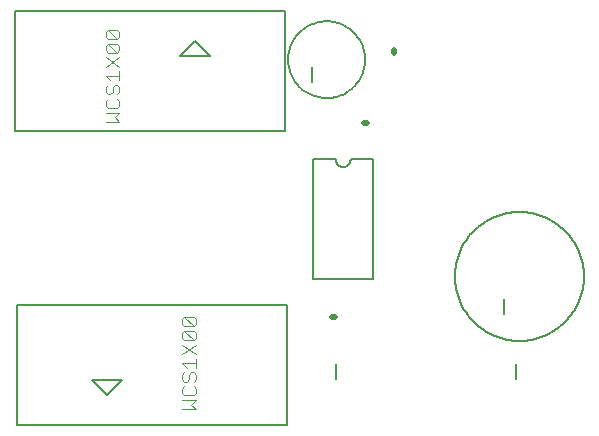
<source format=gto>
G75*
G70*
%OFA0B0*%
%FSLAX24Y24*%
%IPPOS*%
%LPD*%
%AMOC8*
5,1,8,0,0,1.08239X$1,22.5*
%
%ADD10C,0.0060*%
%ADD11C,0.0050*%
%ADD12C,0.0040*%
%ADD13C,0.0080*%
%ADD14C,0.0200*%
D10*
X010355Y010551D02*
X012355Y010551D01*
X012355Y014551D01*
X011605Y014551D01*
X011603Y014521D01*
X011598Y014491D01*
X011589Y014462D01*
X011576Y014435D01*
X011561Y014409D01*
X011542Y014385D01*
X011521Y014364D01*
X011497Y014345D01*
X011471Y014330D01*
X011444Y014317D01*
X011415Y014308D01*
X011385Y014303D01*
X011355Y014301D01*
X011325Y014303D01*
X011295Y014308D01*
X011266Y014317D01*
X011239Y014330D01*
X011213Y014345D01*
X011189Y014364D01*
X011168Y014385D01*
X011149Y014409D01*
X011134Y014435D01*
X011121Y014462D01*
X011112Y014491D01*
X011107Y014521D01*
X011105Y014551D01*
X010355Y014551D01*
X010355Y010551D01*
D11*
X009468Y005704D02*
X000468Y005704D01*
X000468Y009704D01*
X009468Y009704D01*
X009468Y005704D01*
X003968Y007204D02*
X003468Y006704D01*
X002968Y007204D01*
X003968Y007204D01*
X000418Y015508D02*
X009418Y015508D01*
X009418Y019508D01*
X000418Y019508D01*
X000418Y015508D01*
X005918Y018008D02*
X006418Y018508D01*
X006918Y018008D01*
X005918Y018008D01*
D12*
X003898Y017954D02*
X003438Y017647D01*
X003438Y017340D02*
X003898Y017340D01*
X003898Y017187D02*
X003898Y017494D01*
X003898Y017647D02*
X003438Y017954D01*
X003514Y018107D02*
X003438Y018184D01*
X003438Y018338D01*
X003514Y018414D01*
X003821Y018107D01*
X003898Y018184D01*
X003898Y018338D01*
X003821Y018414D01*
X003514Y018414D01*
X003514Y018568D02*
X003438Y018645D01*
X003438Y018798D01*
X003514Y018875D01*
X003821Y018568D01*
X003898Y018645D01*
X003898Y018798D01*
X003821Y018875D01*
X003514Y018875D01*
X003514Y018568D02*
X003821Y018568D01*
X003821Y018107D02*
X003514Y018107D01*
X003438Y017340D02*
X003591Y017187D01*
X003514Y017033D02*
X003438Y016956D01*
X003438Y016803D01*
X003514Y016726D01*
X003591Y016726D01*
X003668Y016803D01*
X003668Y016956D01*
X003745Y017033D01*
X003821Y017033D01*
X003898Y016956D01*
X003898Y016803D01*
X003821Y016726D01*
X003821Y016573D02*
X003898Y016496D01*
X003898Y016343D01*
X003821Y016266D01*
X003514Y016266D01*
X003438Y016343D01*
X003438Y016496D01*
X003514Y016573D01*
X003438Y016112D02*
X003898Y016112D01*
X003745Y015959D01*
X003898Y015806D01*
X003438Y015806D01*
X006064Y009293D02*
X006371Y008986D01*
X006448Y009063D01*
X006448Y009216D01*
X006371Y009293D01*
X006064Y009293D01*
X005987Y009216D01*
X005987Y009063D01*
X006064Y008986D01*
X006371Y008986D01*
X006371Y008832D02*
X006448Y008756D01*
X006448Y008602D01*
X006371Y008526D01*
X006064Y008832D01*
X006371Y008832D01*
X006371Y008526D02*
X006064Y008526D01*
X005987Y008602D01*
X005987Y008756D01*
X006064Y008832D01*
X005987Y008372D02*
X006448Y008065D01*
X006448Y007912D02*
X006448Y007605D01*
X006448Y007758D02*
X005987Y007758D01*
X006141Y007605D01*
X006064Y007451D02*
X005987Y007375D01*
X005987Y007221D01*
X006064Y007144D01*
X006141Y007144D01*
X006218Y007221D01*
X006218Y007375D01*
X006294Y007451D01*
X006371Y007451D01*
X006448Y007375D01*
X006448Y007221D01*
X006371Y007144D01*
X006371Y006991D02*
X006448Y006914D01*
X006448Y006761D01*
X006371Y006684D01*
X006064Y006684D01*
X005987Y006761D01*
X005987Y006914D01*
X006064Y006991D01*
X005987Y006530D02*
X006448Y006530D01*
X006294Y006377D01*
X006448Y006224D01*
X005987Y006224D01*
X005987Y008065D02*
X006448Y008372D01*
D13*
X011113Y007725D02*
X011113Y007225D01*
X016728Y009403D02*
X016728Y009903D01*
X015078Y010653D02*
X015081Y010758D01*
X015088Y010864D01*
X015101Y010968D01*
X015119Y011072D01*
X015142Y011175D01*
X015171Y011277D01*
X015204Y011377D01*
X015242Y011476D01*
X015284Y011572D01*
X015332Y011667D01*
X015384Y011758D01*
X015440Y011847D01*
X015501Y011934D01*
X015566Y012017D01*
X015635Y012097D01*
X015708Y012173D01*
X015784Y012246D01*
X015864Y012315D01*
X015947Y012380D01*
X016034Y012441D01*
X016123Y012497D01*
X016214Y012549D01*
X016309Y012597D01*
X016405Y012639D01*
X016504Y012677D01*
X016604Y012710D01*
X016706Y012739D01*
X016809Y012762D01*
X016913Y012780D01*
X017017Y012793D01*
X017123Y012800D01*
X017228Y012803D01*
X017333Y012800D01*
X017439Y012793D01*
X017543Y012780D01*
X017647Y012762D01*
X017750Y012739D01*
X017852Y012710D01*
X017952Y012677D01*
X018051Y012639D01*
X018147Y012597D01*
X018242Y012549D01*
X018333Y012497D01*
X018422Y012441D01*
X018509Y012380D01*
X018592Y012315D01*
X018672Y012246D01*
X018748Y012173D01*
X018821Y012097D01*
X018890Y012017D01*
X018955Y011934D01*
X019016Y011847D01*
X019072Y011758D01*
X019124Y011667D01*
X019172Y011572D01*
X019214Y011476D01*
X019252Y011377D01*
X019285Y011277D01*
X019314Y011175D01*
X019337Y011072D01*
X019355Y010968D01*
X019368Y010864D01*
X019375Y010758D01*
X019378Y010653D01*
X019375Y010548D01*
X019368Y010442D01*
X019355Y010338D01*
X019337Y010234D01*
X019314Y010131D01*
X019285Y010029D01*
X019252Y009929D01*
X019214Y009830D01*
X019172Y009734D01*
X019124Y009639D01*
X019072Y009548D01*
X019016Y009459D01*
X018955Y009372D01*
X018890Y009289D01*
X018821Y009209D01*
X018748Y009133D01*
X018672Y009060D01*
X018592Y008991D01*
X018509Y008926D01*
X018422Y008865D01*
X018333Y008809D01*
X018242Y008757D01*
X018147Y008709D01*
X018051Y008667D01*
X017952Y008629D01*
X017852Y008596D01*
X017750Y008567D01*
X017647Y008544D01*
X017543Y008526D01*
X017439Y008513D01*
X017333Y008506D01*
X017228Y008503D01*
X017123Y008506D01*
X017017Y008513D01*
X016913Y008526D01*
X016809Y008544D01*
X016706Y008567D01*
X016604Y008596D01*
X016504Y008629D01*
X016405Y008667D01*
X016309Y008709D01*
X016214Y008757D01*
X016123Y008809D01*
X016034Y008865D01*
X015947Y008926D01*
X015864Y008991D01*
X015784Y009060D01*
X015708Y009133D01*
X015635Y009209D01*
X015566Y009289D01*
X015501Y009372D01*
X015440Y009459D01*
X015384Y009548D01*
X015332Y009639D01*
X015284Y009734D01*
X015242Y009830D01*
X015204Y009929D01*
X015171Y010029D01*
X015142Y010131D01*
X015119Y010234D01*
X015101Y010338D01*
X015088Y010442D01*
X015081Y010548D01*
X015078Y010653D01*
X017113Y007725D02*
X017113Y007225D01*
X010304Y017126D02*
X010304Y017626D01*
X009524Y017876D02*
X009526Y017947D01*
X009532Y018018D01*
X009542Y018089D01*
X009556Y018158D01*
X009573Y018227D01*
X009595Y018295D01*
X009620Y018362D01*
X009649Y018427D01*
X009681Y018490D01*
X009717Y018552D01*
X009756Y018611D01*
X009799Y018668D01*
X009844Y018723D01*
X009893Y018775D01*
X009944Y018824D01*
X009998Y018870D01*
X010055Y018914D01*
X010113Y018954D01*
X010174Y018990D01*
X010237Y019024D01*
X010302Y019053D01*
X010368Y019079D01*
X010436Y019102D01*
X010504Y019120D01*
X010574Y019135D01*
X010644Y019146D01*
X010715Y019153D01*
X010786Y019156D01*
X010857Y019155D01*
X010928Y019150D01*
X010999Y019141D01*
X011069Y019128D01*
X011138Y019112D01*
X011206Y019091D01*
X011273Y019067D01*
X011339Y019039D01*
X011402Y019007D01*
X011464Y018972D01*
X011524Y018934D01*
X011582Y018892D01*
X011637Y018848D01*
X011690Y018800D01*
X011740Y018749D01*
X011787Y018696D01*
X011831Y018640D01*
X011872Y018582D01*
X011910Y018521D01*
X011944Y018459D01*
X011974Y018394D01*
X012001Y018329D01*
X012025Y018261D01*
X012044Y018193D01*
X012060Y018124D01*
X012072Y018053D01*
X012080Y017983D01*
X012084Y017912D01*
X012084Y017840D01*
X012080Y017769D01*
X012072Y017699D01*
X012060Y017628D01*
X012044Y017559D01*
X012025Y017491D01*
X012001Y017423D01*
X011974Y017358D01*
X011944Y017293D01*
X011910Y017231D01*
X011872Y017170D01*
X011831Y017112D01*
X011787Y017056D01*
X011740Y017003D01*
X011690Y016952D01*
X011637Y016904D01*
X011582Y016860D01*
X011524Y016818D01*
X011464Y016780D01*
X011402Y016745D01*
X011339Y016713D01*
X011273Y016685D01*
X011206Y016661D01*
X011138Y016640D01*
X011069Y016624D01*
X010999Y016611D01*
X010928Y016602D01*
X010857Y016597D01*
X010786Y016596D01*
X010715Y016599D01*
X010644Y016606D01*
X010574Y016617D01*
X010504Y016632D01*
X010436Y016650D01*
X010368Y016673D01*
X010302Y016699D01*
X010237Y016728D01*
X010174Y016762D01*
X010113Y016798D01*
X010055Y016838D01*
X009998Y016882D01*
X009944Y016928D01*
X009893Y016977D01*
X009844Y017029D01*
X009799Y017084D01*
X009756Y017141D01*
X009717Y017200D01*
X009681Y017262D01*
X009649Y017325D01*
X009620Y017390D01*
X009595Y017457D01*
X009573Y017525D01*
X009556Y017594D01*
X009542Y017663D01*
X009532Y017734D01*
X009526Y017805D01*
X009524Y017876D01*
D14*
X013050Y018100D02*
X013050Y018200D01*
X012150Y015750D02*
X012050Y015750D01*
X011100Y009300D02*
X011000Y009300D01*
M02*

</source>
